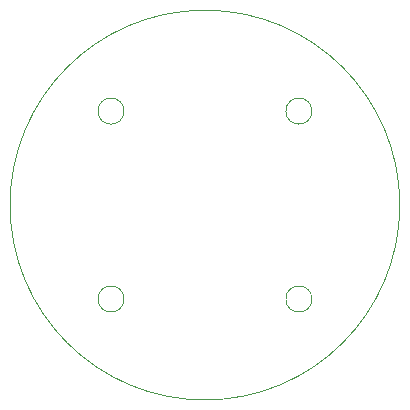
<source format=gbr>
%TF.GenerationSoftware,KiCad,Pcbnew,8.0.6*%
%TF.CreationDate,2024-12-04T23:44:22+08:00*%
%TF.ProjectId,f1oc,66316f63-2e6b-4696-9361-645f70636258,v0.1*%
%TF.SameCoordinates,Original*%
%TF.FileFunction,Profile,NP*%
%FSLAX46Y46*%
G04 Gerber Fmt 4.6, Leading zero omitted, Abs format (unit mm)*
G04 Created by KiCad (PCBNEW 8.0.6) date 2024-12-04 23:44:22*
%MOMM*%
%LPD*%
G01*
G04 APERTURE LIST*
%TA.AperFunction,Profile*%
%ADD10C,0.050000*%
%TD*%
G04 APERTURE END LIST*
D10*
X114145050Y-68045049D02*
G75*
G02*
X111945048Y-68045049I-1100001J0D01*
G01*
X111945048Y-68045049D02*
G75*
G02*
X114145050Y-68045049I1100001J0D01*
G01*
X137500000Y-76000000D02*
G75*
G02*
X104500000Y-76000000I-16500000J0D01*
G01*
X104500000Y-76000000D02*
G75*
G02*
X137500000Y-76000000I16500000J0D01*
G01*
X114145049Y-83954951D02*
G75*
G02*
X111945049Y-83954951I-1100000J0D01*
G01*
X111945049Y-83954951D02*
G75*
G02*
X114145049Y-83954951I1100000J0D01*
G01*
X130054951Y-68045049D02*
G75*
G02*
X127854951Y-68045049I-1100000J0D01*
G01*
X127854951Y-68045049D02*
G75*
G02*
X130054951Y-68045049I1100000J0D01*
G01*
X130054950Y-83954951D02*
G75*
G02*
X127854952Y-83954951I-1099999J0D01*
G01*
X127854952Y-83954951D02*
G75*
G02*
X130054950Y-83954951I1099999J0D01*
G01*
M02*

</source>
